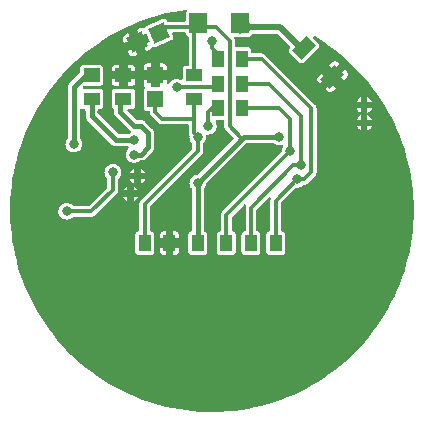
<source format=gbl>
G04 Layer: BottomLayer*
G04 EasyEDA v6.5.42, 2024-04-15 10:04:03*
G04 35ccfcd0ecce4f4f936ce021b9bc61d8,ed70181f279245e6aff80281ee7dc86a,10*
G04 Gerber Generator version 0.2*
G04 Scale: 100 percent, Rotated: No, Reflected: No *
G04 Dimensions in millimeters *
G04 leading zeros omitted , absolute positions ,4 integer and 5 decimal *
%FSLAX45Y45*%
%MOMM*%

%AMMACRO1*21,1,$1,$2,0,0,$3*%
%ADD10C,0.5000*%
%ADD11C,0.3000*%
%ADD12C,0.4000*%
%ADD13R,1.0000X1.3770*%
%ADD14MACRO1,1.62X1.44X-90.0000*%
%ADD15MACRO1,1.1X1.7X135.0000*%
%ADD16R,1.3770X1.1325*%
%ADD17MACRO1,1.377X1.1325X0.0000*%
%ADD18MACRO1,1.35X1.41X113.0004*%
%ADD19R,1.3770X1.0000*%
%ADD20R,1.3500X1.4100*%
%ADD21MACRO1,1.35X1.41X0.0000*%
%ADD22C,0.8000*%
%ADD23C,0.0111*%

%LPD*%
G36*
X3614318Y2440533D02*
G01*
X3556304Y2441041D01*
X3498291Y2443530D01*
X3440379Y2447950D01*
X3382670Y2454351D01*
X3325215Y2462733D01*
X3268116Y2472994D01*
X3211322Y2485237D01*
X3155035Y2499410D01*
X3099257Y2515463D01*
X3044037Y2533396D01*
X2989478Y2553208D01*
X2935579Y2574899D01*
X2882493Y2598369D01*
X2830220Y2623616D01*
X2778810Y2650642D01*
X2728417Y2679395D01*
X2678938Y2709824D01*
X2630576Y2741930D01*
X2583332Y2775661D01*
X2537256Y2810967D01*
X2492400Y2847848D01*
X2448814Y2886202D01*
X2406548Y2926029D01*
X2365705Y2967228D01*
X2326233Y3009849D01*
X2288286Y3053740D01*
X2251811Y3098901D01*
X2216912Y3145282D01*
X2183587Y3192830D01*
X2151888Y3241497D01*
X2121865Y3291179D01*
X2093569Y3341878D01*
X2067001Y3393490D01*
X2042210Y3446018D01*
X2019198Y3499307D01*
X1998014Y3553358D01*
X1978660Y3608120D01*
X1961184Y3663442D01*
X1945639Y3719372D01*
X1931974Y3775811D01*
X1920189Y3832656D01*
X1910384Y3889908D01*
X1902561Y3947414D01*
X1896668Y4005173D01*
X1892706Y4063085D01*
X1890725Y4121099D01*
X1890775Y4179163D01*
X1892757Y4237228D01*
X1896668Y4295140D01*
X1902612Y4352899D01*
X1910435Y4410405D01*
X1920290Y4467606D01*
X1932025Y4524502D01*
X1945690Y4580890D01*
X1961286Y4636820D01*
X1978761Y4692192D01*
X1998116Y4746904D01*
X2019300Y4800955D01*
X2042312Y4854295D01*
X2067153Y4906772D01*
X2093722Y4958384D01*
X2122068Y5009083D01*
X2152091Y5058765D01*
X2183739Y5107381D01*
X2217115Y5154930D01*
X2252014Y5201310D01*
X2288489Y5246471D01*
X2326487Y5290362D01*
X2365959Y5332984D01*
X2406802Y5374182D01*
X2449068Y5414010D01*
X2492654Y5452364D01*
X2537510Y5489194D01*
X2583637Y5524500D01*
X2630881Y5558231D01*
X2679242Y5590336D01*
X2728671Y5620766D01*
X2779115Y5649518D01*
X2830525Y5676493D01*
X2882798Y5701741D01*
X2935935Y5725210D01*
X2989783Y5746851D01*
X3044342Y5766663D01*
X3099562Y5784596D01*
X3155391Y5800648D01*
X3211677Y5814771D01*
X3268421Y5827014D01*
X3325571Y5837275D01*
X3377031Y5844794D01*
X3381095Y5844540D01*
X3384702Y5842762D01*
X3387344Y5839714D01*
X3388614Y5835853D01*
X3388258Y5831840D01*
X3383229Y5822645D01*
X3381501Y5816904D01*
X3380892Y5810504D01*
X3380892Y5755690D01*
X3380130Y5751779D01*
X3377895Y5748477D01*
X3374593Y5746292D01*
X3370732Y5745530D01*
X3227425Y5745530D01*
X3223869Y5746140D01*
X3220770Y5748020D01*
X3218535Y5750814D01*
X3215741Y5755894D01*
X3211931Y5760466D01*
X3207258Y5764225D01*
X3201974Y5766968D01*
X3196234Y5768644D01*
X3190290Y5769203D01*
X3184347Y5768543D01*
X3178200Y5766612D01*
X3049320Y5711952D01*
X3043631Y5708802D01*
X3039059Y5704992D01*
X3035300Y5700369D01*
X3030321Y5691022D01*
X3026714Y5688431D01*
X3022346Y5687618D01*
X3012135Y5690514D01*
X3006191Y5691073D01*
X3000248Y5690412D01*
X2994101Y5688482D01*
X2967939Y5677408D01*
X2990545Y5624068D01*
X3034030Y5642559D01*
X3037941Y5643321D01*
X3041802Y5642610D01*
X3045155Y5640425D01*
X3047390Y5637174D01*
X3070758Y5582056D01*
X3071571Y5578144D01*
X3070809Y5574284D01*
X3068675Y5570931D01*
X3065373Y5568696D01*
X3021888Y5550255D01*
X3044545Y5496966D01*
X3070656Y5508040D01*
X3076346Y5511139D01*
X3080918Y5515000D01*
X3084677Y5519623D01*
X3089656Y5528970D01*
X3093262Y5531561D01*
X3097682Y5532374D01*
X3107842Y5529478D01*
X3113786Y5528919D01*
X3119729Y5529580D01*
X3125927Y5531510D01*
X3254756Y5586171D01*
X3260445Y5589320D01*
X3265017Y5593130D01*
X3268776Y5597753D01*
X3271570Y5603087D01*
X3273247Y5608777D01*
X3273755Y5614720D01*
X3273145Y5620664D01*
X3271215Y5626862D01*
X3265474Y5640374D01*
X3264662Y5644286D01*
X3265424Y5648198D01*
X3267608Y5651500D01*
X3270910Y5653735D01*
X3274822Y5654497D01*
X3371189Y5654497D01*
X3374847Y5653836D01*
X3377996Y5651855D01*
X3380232Y5648909D01*
X3381298Y5645353D01*
X3381501Y5643067D01*
X3383229Y5637326D01*
X3386074Y5632043D01*
X3389833Y5627471D01*
X3394456Y5623661D01*
X3399129Y5621172D01*
X3401974Y5618937D01*
X3403854Y5615787D01*
X3404463Y5612231D01*
X3404463Y5380685D01*
X3403701Y5376773D01*
X3401517Y5373471D01*
X3398215Y5371287D01*
X3394303Y5370525D01*
X3381654Y5370525D01*
X3375202Y5369864D01*
X3369462Y5368137D01*
X3364229Y5365343D01*
X3359607Y5361533D01*
X3355797Y5356910D01*
X3353003Y5351627D01*
X3351276Y5345938D01*
X3350615Y5339486D01*
X3350615Y5259527D01*
X3349751Y5255361D01*
X3347212Y5251907D01*
X3343452Y5249824D01*
X3339185Y5249468D01*
X3335172Y5250891D01*
X3331972Y5252821D01*
X3321761Y5257038D01*
X3311042Y5259628D01*
X3300018Y5260492D01*
X3288995Y5259628D01*
X3278225Y5257038D01*
X3268014Y5252821D01*
X3258565Y5247030D01*
X3250184Y5239867D01*
X3242970Y5231434D01*
X3236823Y5221376D01*
X3233826Y5218277D01*
X3229762Y5216652D01*
X3225393Y5216906D01*
X3221583Y5218988D01*
X3218942Y5222443D01*
X3218027Y5226710D01*
X3218027Y5248402D01*
X3160115Y5248402D01*
X3160115Y5201158D01*
X3159302Y5197246D01*
X3157118Y5193995D01*
X3153816Y5191760D01*
X3149955Y5190998D01*
X3090062Y5190998D01*
X3086150Y5191760D01*
X3082848Y5193995D01*
X3080664Y5197246D01*
X3079902Y5201158D01*
X3079902Y5248402D01*
X3021990Y5248402D01*
X3021990Y5220004D01*
X3022600Y5213553D01*
X3024378Y5207812D01*
X3027172Y5202580D01*
X3033826Y5194350D01*
X3034792Y5189982D01*
X3033826Y5185664D01*
X3027172Y5177434D01*
X3024378Y5172151D01*
X3022600Y5166410D01*
X3021990Y5160010D01*
X3021990Y5020005D01*
X3022600Y5013553D01*
X3024378Y5007813D01*
X3027172Y5002580D01*
X3030931Y4997958D01*
X3035554Y4994148D01*
X3040837Y4991354D01*
X3046526Y4989626D01*
X3052978Y4988966D01*
X3064459Y4988966D01*
X3068421Y4988153D01*
X3071723Y4985867D01*
X3073908Y4982464D01*
X3075736Y4969560D01*
X3078378Y4961636D01*
X3082493Y4954320D01*
X3088132Y4947462D01*
X3149092Y4886604D01*
X3156051Y4881321D01*
X3163570Y4877612D01*
X3171647Y4875276D01*
X3180486Y4874463D01*
X3394303Y4874463D01*
X3398215Y4873701D01*
X3401517Y4871516D01*
X3403701Y4868214D01*
X3404463Y4864303D01*
X3404514Y4798263D01*
X3405733Y4789474D01*
X3407562Y4783582D01*
X3409797Y4777994D01*
X3409950Y4775403D01*
X3409492Y4770018D01*
X3410407Y4758994D01*
X3412947Y4748225D01*
X3417214Y4738014D01*
X3422954Y4728565D01*
X3433572Y4716018D01*
X3434486Y4711801D01*
X3434486Y4673041D01*
X3433724Y4669180D01*
X3431489Y4665878D01*
X2996590Y4230878D01*
X2991358Y4223918D01*
X2987598Y4216400D01*
X2985312Y4208322D01*
X2984500Y4199534D01*
X2984500Y3978960D01*
X2983788Y3975303D01*
X2981858Y3972153D01*
X2978912Y3969867D01*
X2974035Y3968750D01*
X2968345Y3966972D01*
X2963062Y3964178D01*
X2958439Y3960368D01*
X2954680Y3955796D01*
X2951835Y3950512D01*
X2950108Y3944772D01*
X2949498Y3938371D01*
X2949498Y3801668D01*
X2950108Y3795217D01*
X2951835Y3789476D01*
X2954680Y3784244D01*
X2958439Y3779621D01*
X2963062Y3775811D01*
X2968345Y3773017D01*
X2974035Y3771290D01*
X2980486Y3770629D01*
X3079496Y3770629D01*
X3085947Y3771290D01*
X3091637Y3773017D01*
X3096920Y3775811D01*
X3101543Y3779621D01*
X3105302Y3784244D01*
X3108096Y3789476D01*
X3109874Y3795217D01*
X3110484Y3801668D01*
X3110484Y3938371D01*
X3109874Y3944772D01*
X3108096Y3950512D01*
X3105302Y3955796D01*
X3101543Y3960368D01*
X3096920Y3964178D01*
X3091637Y3966972D01*
X3085947Y3968750D01*
X3081070Y3969867D01*
X3078124Y3972153D01*
X3076194Y3975303D01*
X3075482Y3978960D01*
X3075482Y4176928D01*
X3076295Y4180840D01*
X3078480Y4184142D01*
X3513378Y4619091D01*
X3518662Y4626051D01*
X3522370Y4633569D01*
X3524707Y4641646D01*
X3525520Y4650435D01*
X3525520Y4711801D01*
X3526434Y4716018D01*
X3537000Y4728565D01*
X3542792Y4738014D01*
X3547008Y4748225D01*
X3549599Y4758994D01*
X3550462Y4770018D01*
X3549751Y4779314D01*
X3550310Y4783632D01*
X3552698Y4787341D01*
X3556355Y4789678D01*
X3560673Y4790287D01*
X3570020Y4789525D01*
X3581044Y4790389D01*
X3591763Y4792980D01*
X3601974Y4797196D01*
X3611422Y4802987D01*
X3619855Y4810150D01*
X3627018Y4818583D01*
X3632809Y4828032D01*
X3637026Y4838242D01*
X3639616Y4848961D01*
X3640480Y4859985D01*
X3639616Y4871008D01*
X3637026Y4881778D01*
X3632809Y4891989D01*
X3630879Y4895138D01*
X3629456Y4899202D01*
X3629812Y4903470D01*
X3631895Y4907178D01*
X3635349Y4909718D01*
X3639515Y4910632D01*
X3694379Y4910632D01*
X3698290Y4909870D01*
X3701592Y4907635D01*
X3703777Y4904384D01*
X3704539Y4900472D01*
X3704590Y4858359D01*
X3705809Y4849672D01*
X3708450Y4841748D01*
X3712514Y4834382D01*
X3718153Y4827574D01*
X3779875Y4765649D01*
X3782110Y4762347D01*
X3782872Y4758486D01*
X3782060Y4754626D01*
X3779875Y4751324D01*
X3481628Y4453026D01*
X3478682Y4450994D01*
X3475228Y4450080D01*
X3468979Y4449622D01*
X3458210Y4447032D01*
X3447999Y4442815D01*
X3438550Y4437024D01*
X3430168Y4429810D01*
X3422954Y4421428D01*
X3417214Y4411980D01*
X3412947Y4401769D01*
X3410407Y4391050D01*
X3409492Y4379976D01*
X3410407Y4368952D01*
X3412947Y4358233D01*
X3417214Y4348022D01*
X3422954Y4338574D01*
X3427069Y4333798D01*
X3428847Y4330700D01*
X3429508Y4327194D01*
X3429508Y3977894D01*
X3428593Y3973728D01*
X3426002Y3970274D01*
X3422294Y3968191D01*
X3418332Y3966972D01*
X3413048Y3964178D01*
X3408426Y3960368D01*
X3404666Y3955796D01*
X3401822Y3950512D01*
X3400094Y3944772D01*
X3399485Y3938371D01*
X3399485Y3801668D01*
X3400094Y3795217D01*
X3401822Y3789476D01*
X3404666Y3784244D01*
X3408426Y3779621D01*
X3413048Y3775811D01*
X3418332Y3773017D01*
X3424021Y3771290D01*
X3430473Y3770629D01*
X3529482Y3770629D01*
X3535934Y3771290D01*
X3541623Y3773017D01*
X3546906Y3775811D01*
X3551529Y3779621D01*
X3555288Y3784244D01*
X3558133Y3789476D01*
X3559860Y3795217D01*
X3560470Y3801668D01*
X3560470Y3938371D01*
X3559860Y3944772D01*
X3558133Y3950512D01*
X3555288Y3955796D01*
X3551529Y3960368D01*
X3546906Y3964178D01*
X3541623Y3966972D01*
X3537712Y3968191D01*
X3533952Y3970274D01*
X3531412Y3973728D01*
X3530498Y3977894D01*
X3530498Y4327194D01*
X3531108Y4330700D01*
X3532936Y4333798D01*
X3537000Y4338574D01*
X3542792Y4348022D01*
X3547008Y4358233D01*
X3549599Y4368952D01*
X3550107Y4375200D01*
X3550970Y4378655D01*
X3553053Y4381601D01*
X3887927Y4716526D01*
X3891229Y4718710D01*
X3895140Y4719472D01*
X4117187Y4719472D01*
X4120743Y4718862D01*
X4123791Y4717034D01*
X4128566Y4712970D01*
X4138015Y4707229D01*
X4148226Y4702962D01*
X4158945Y4700371D01*
X4169968Y4699508D01*
X4180992Y4700371D01*
X4189374Y4702403D01*
X4193336Y4702556D01*
X4197045Y4701184D01*
X4199940Y4698492D01*
X4201617Y4694885D01*
X4201769Y4690922D01*
X4200398Y4687214D01*
X4197197Y4681982D01*
X4192981Y4671771D01*
X4190390Y4661001D01*
X4189018Y4644593D01*
X4186682Y4640884D01*
X3686708Y4140860D01*
X3681425Y4133900D01*
X3677665Y4126382D01*
X3675379Y4118305D01*
X3674567Y4109516D01*
X3674567Y3978960D01*
X3673906Y3975303D01*
X3671925Y3972153D01*
X3668979Y3969918D01*
X3664051Y3968750D01*
X3658311Y3966972D01*
X3653078Y3964178D01*
X3648456Y3960368D01*
X3644646Y3955796D01*
X3641851Y3950512D01*
X3640124Y3944772D01*
X3639464Y3938371D01*
X3639464Y3801668D01*
X3640124Y3795217D01*
X3641851Y3789476D01*
X3644646Y3784244D01*
X3648456Y3779621D01*
X3653078Y3775811D01*
X3658311Y3773017D01*
X3664051Y3771290D01*
X3670503Y3770629D01*
X3769461Y3770629D01*
X3775913Y3771290D01*
X3781653Y3773017D01*
X3786886Y3775811D01*
X3791508Y3779621D01*
X3795318Y3784244D01*
X3798112Y3789476D01*
X3799840Y3795217D01*
X3800500Y3801668D01*
X3800500Y3938371D01*
X3799840Y3944772D01*
X3798112Y3950512D01*
X3795318Y3955796D01*
X3791508Y3960368D01*
X3786886Y3964178D01*
X3781653Y3966972D01*
X3775913Y3968750D01*
X3771188Y3969867D01*
X3768242Y3972153D01*
X3766261Y3975303D01*
X3765600Y3978960D01*
X3765600Y4086910D01*
X3766362Y4090822D01*
X3768547Y4094124D01*
X3870451Y4195978D01*
X3874160Y4198366D01*
X3878579Y4198924D01*
X3882796Y4197553D01*
X3885996Y4194556D01*
X3887673Y4190441D01*
X3887419Y4186021D01*
X3885184Y4178249D01*
X3884371Y4169460D01*
X3884371Y3978960D01*
X3883710Y3975303D01*
X3881729Y3972153D01*
X3878783Y3969867D01*
X3874058Y3968750D01*
X3868318Y3966972D01*
X3863035Y3964178D01*
X3858463Y3960368D01*
X3854653Y3955796D01*
X3851859Y3950512D01*
X3850081Y3944772D01*
X3849471Y3938371D01*
X3849471Y3801668D01*
X3850081Y3795217D01*
X3851859Y3789476D01*
X3854653Y3784244D01*
X3858463Y3779621D01*
X3863035Y3775811D01*
X3868318Y3773017D01*
X3874058Y3771290D01*
X3880459Y3770629D01*
X3979468Y3770629D01*
X3985920Y3771290D01*
X3991660Y3773017D01*
X3996893Y3775811D01*
X4001515Y3779621D01*
X4005326Y3784244D01*
X4008120Y3789476D01*
X4009847Y3795217D01*
X4010507Y3801668D01*
X4010507Y3938371D01*
X4009847Y3944772D01*
X4008120Y3950512D01*
X4005326Y3955796D01*
X4001515Y3960368D01*
X3996893Y3964178D01*
X3991660Y3966972D01*
X3985920Y3968750D01*
X3980992Y3969918D01*
X3978046Y3972153D01*
X3976065Y3975303D01*
X3975404Y3978960D01*
X3975404Y4146854D01*
X3976166Y4150766D01*
X3978351Y4154068D01*
X4080611Y4256278D01*
X4084320Y4258665D01*
X4088739Y4259224D01*
X4092956Y4257852D01*
X4096156Y4254855D01*
X4097832Y4250740D01*
X4097578Y4246321D01*
X4095292Y4238345D01*
X4094479Y4229557D01*
X4094479Y3978960D01*
X4093819Y3975303D01*
X4091838Y3972153D01*
X4088892Y3969867D01*
X4084015Y3968750D01*
X4078325Y3966972D01*
X4073042Y3964178D01*
X4068419Y3960368D01*
X4064660Y3955796D01*
X4061815Y3950512D01*
X4060088Y3944772D01*
X4059478Y3938371D01*
X4059478Y3801668D01*
X4060088Y3795217D01*
X4061815Y3789476D01*
X4064660Y3784244D01*
X4068419Y3779621D01*
X4073042Y3775811D01*
X4078325Y3773017D01*
X4084015Y3771290D01*
X4090466Y3770629D01*
X4189476Y3770629D01*
X4195927Y3771290D01*
X4201617Y3773017D01*
X4206900Y3775811D01*
X4211523Y3779621D01*
X4215282Y3784244D01*
X4218127Y3789476D01*
X4219854Y3795217D01*
X4220464Y3801668D01*
X4220464Y3938371D01*
X4219854Y3944772D01*
X4218127Y3950512D01*
X4215282Y3955796D01*
X4211523Y3960368D01*
X4206900Y3964178D01*
X4201617Y3966972D01*
X4195927Y3968750D01*
X4191101Y3969867D01*
X4188155Y3972153D01*
X4186174Y3975303D01*
X4185513Y3978960D01*
X4185513Y4206951D01*
X4186275Y4210862D01*
X4188460Y4214114D01*
X4310989Y4336643D01*
X4314647Y4339031D01*
X4331004Y4340402D01*
X4341774Y4342993D01*
X4351985Y4347210D01*
X4361434Y4353001D01*
X4373829Y4363466D01*
X4378045Y4364431D01*
X4381754Y4364482D01*
X4390390Y4365701D01*
X4398314Y4368342D01*
X4405680Y4372457D01*
X4412488Y4378096D01*
X4473295Y4438954D01*
X4478578Y4445965D01*
X4482338Y4453483D01*
X4484624Y4461560D01*
X4485436Y4470349D01*
X4485386Y5011623D01*
X4484166Y5020310D01*
X4481525Y5028234D01*
X4477410Y5035600D01*
X4471771Y5042408D01*
X4050741Y5463387D01*
X4043730Y5468670D01*
X4036212Y5472430D01*
X4028135Y5474716D01*
X4019346Y5475528D01*
X3940657Y5475528D01*
X3936796Y5476290D01*
X3933494Y5478475D01*
X3931259Y5481777D01*
X3930497Y5485688D01*
X3930497Y5498338D01*
X3929887Y5504789D01*
X3928160Y5510479D01*
X3925315Y5515762D01*
X3921556Y5520385D01*
X3916934Y5524144D01*
X3911650Y5526989D01*
X3905961Y5528716D01*
X3899509Y5529326D01*
X3805732Y5529326D01*
X3801821Y5530138D01*
X3798519Y5532323D01*
X3796334Y5535625D01*
X3795572Y5539486D01*
X3795522Y5581599D01*
X3794302Y5590286D01*
X3791661Y5598210D01*
X3788765Y5603392D01*
X3787546Y5607354D01*
X3788003Y5611571D01*
X3790137Y5615178D01*
X3793540Y5617616D01*
X3797655Y5618480D01*
X3814673Y5618480D01*
X3818128Y5617870D01*
X3822141Y5616397D01*
X3831640Y5614720D01*
X3841343Y5614720D01*
X3850843Y5616397D01*
X3854856Y5617870D01*
X3858310Y5618480D01*
X3907891Y5618480D01*
X3914343Y5619089D01*
X3920032Y5620867D01*
X3925315Y5623661D01*
X3929938Y5627471D01*
X3933698Y5632043D01*
X3937000Y5638190D01*
X3939133Y5641035D01*
X3942587Y5643626D01*
X3946753Y5644489D01*
X4147565Y5644489D01*
X4151426Y5643727D01*
X4154728Y5641543D01*
X4260291Y5535930D01*
X4262424Y5532831D01*
X4263288Y5529173D01*
X4262729Y5525465D01*
X4260900Y5522214D01*
X4255566Y5515914D01*
X4252772Y5510682D01*
X4251045Y5504992D01*
X4250436Y5499049D01*
X4251045Y5493105D01*
X4252772Y5487365D01*
X4255566Y5482132D01*
X4259681Y5477103D01*
X4336745Y5400040D01*
X4341774Y5395925D01*
X4347057Y5393131D01*
X4352747Y5391404D01*
X4358690Y5390794D01*
X4364634Y5391404D01*
X4370374Y5393131D01*
X4375607Y5395925D01*
X4380636Y5400040D01*
X4500118Y5519521D01*
X4504232Y5524550D01*
X4507026Y5529783D01*
X4508754Y5535523D01*
X4509363Y5541467D01*
X4508754Y5547410D01*
X4507026Y5553100D01*
X4504232Y5558383D01*
X4500118Y5563412D01*
X4459020Y5604510D01*
X4456734Y5607964D01*
X4456023Y5612079D01*
X4457039Y5616143D01*
X4459630Y5619445D01*
X4463288Y5621426D01*
X4467453Y5621782D01*
X4471365Y5620410D01*
X4496460Y5605576D01*
X4545330Y5574284D01*
X4593183Y5541365D01*
X4639818Y5506821D01*
X4685334Y5470753D01*
X4729530Y5433110D01*
X4772456Y5394045D01*
X4814011Y5353507D01*
X4854194Y5311597D01*
X4892903Y5268315D01*
X4930140Y5223764D01*
X4965852Y5177993D01*
X4999939Y5131003D01*
X5032451Y5082895D01*
X5063337Y5033721D01*
X5092496Y4983530D01*
X5119928Y4932375D01*
X5145633Y4880305D01*
X5169509Y4827422D01*
X5191607Y4773726D01*
X5211876Y4719320D01*
X5230266Y4664252D01*
X5246827Y4608576D01*
X5261457Y4552391D01*
X5274157Y4495749D01*
X5284927Y4438700D01*
X5293766Y4381347D01*
X5300624Y4323689D01*
X5305552Y4265828D01*
X5308498Y4207865D01*
X5309463Y4149801D01*
X5308498Y4091736D01*
X5305501Y4033774D01*
X5300573Y3975912D01*
X5293715Y3918305D01*
X5284876Y3860901D01*
X5274056Y3803853D01*
X5261356Y3747211D01*
X5246725Y3691026D01*
X5230164Y3635400D01*
X5211775Y3580333D01*
X5191506Y3525926D01*
X5169408Y3472230D01*
X5145481Y3419348D01*
X5119776Y3367278D01*
X5092293Y3316122D01*
X5063134Y3265932D01*
X5032298Y3216757D01*
X4999786Y3168650D01*
X4965649Y3121710D01*
X4929936Y3075889D01*
X4892700Y3031388D01*
X4853940Y2988106D01*
X4813808Y2946196D01*
X4772202Y2905709D01*
X4729276Y2866593D01*
X4685030Y2829001D01*
X4639564Y2792933D01*
X4592878Y2758389D01*
X4545076Y2725470D01*
X4496155Y2694228D01*
X4446168Y2664612D01*
X4395266Y2636723D01*
X4343400Y2610612D01*
X4290720Y2586228D01*
X4237228Y2563723D01*
X4182973Y2542997D01*
X4128109Y2524099D01*
X4072585Y2507132D01*
X4016501Y2491994D01*
X3959961Y2478836D01*
X3903014Y2467559D01*
X3845712Y2458262D01*
X3788156Y2450896D01*
X3730345Y2445461D01*
X3672382Y2442006D01*
G37*

%LPC*%
G36*
X3271316Y3770629D02*
G01*
X3289503Y3770629D01*
X3295904Y3771290D01*
X3301644Y3773017D01*
X3306927Y3775811D01*
X3311499Y3779621D01*
X3315309Y3784244D01*
X3318103Y3789476D01*
X3319830Y3795217D01*
X3320491Y3801668D01*
X3320491Y3829253D01*
X3271316Y3829253D01*
G37*
G36*
X3190494Y3770629D02*
G01*
X3208629Y3770629D01*
X3208629Y3829253D01*
X3159455Y3829253D01*
X3159455Y3801668D01*
X3160115Y3795217D01*
X3161842Y3789476D01*
X3164636Y3784244D01*
X3168446Y3779621D01*
X3173069Y3775811D01*
X3178302Y3773017D01*
X3184042Y3771290D01*
G37*
G36*
X3159455Y3910787D02*
G01*
X3208629Y3910787D01*
X3208629Y3969359D01*
X3190494Y3969359D01*
X3184042Y3968750D01*
X3178302Y3966972D01*
X3173069Y3964178D01*
X3168446Y3960368D01*
X3164636Y3955796D01*
X3161842Y3950512D01*
X3160115Y3944772D01*
X3159455Y3938371D01*
G37*
G36*
X3271316Y3910787D02*
G01*
X3320491Y3910787D01*
X3320491Y3938371D01*
X3319830Y3944772D01*
X3318103Y3950512D01*
X3315309Y3955796D01*
X3311499Y3960368D01*
X3306927Y3964178D01*
X3301644Y3966972D01*
X3295904Y3968750D01*
X3289503Y3969359D01*
X3271316Y3969359D01*
G37*
G36*
X2369972Y4069537D02*
G01*
X2380996Y4070400D01*
X2391765Y4072991D01*
X2401976Y4077208D01*
X2411425Y4082999D01*
X2423922Y4093514D01*
X2428138Y4094429D01*
X2581605Y4094479D01*
X2590292Y4095699D01*
X2598216Y4098340D01*
X2605582Y4102455D01*
X2612390Y4108094D01*
X2793339Y4289094D01*
X2798622Y4296105D01*
X2802382Y4303623D01*
X2804668Y4311700D01*
X2805480Y4320489D01*
X2805480Y4411776D01*
X2806395Y4415993D01*
X2817012Y4428591D01*
X2822803Y4437989D01*
X2827020Y4448200D01*
X2829610Y4458970D01*
X2830474Y4469993D01*
X2829610Y4481017D01*
X2827020Y4491786D01*
X2822803Y4501997D01*
X2817012Y4511446D01*
X2809849Y4519828D01*
X2801416Y4527042D01*
X2791968Y4532782D01*
X2781757Y4537049D01*
X2771038Y4539589D01*
X2760014Y4540453D01*
X2748991Y4539589D01*
X2738221Y4537049D01*
X2728010Y4532782D01*
X2718562Y4527042D01*
X2710180Y4519828D01*
X2702966Y4511446D01*
X2697175Y4501997D01*
X2692958Y4491786D01*
X2690368Y4481017D01*
X2689504Y4469993D01*
X2690368Y4458970D01*
X2692958Y4448200D01*
X2697175Y4437989D01*
X2702966Y4428591D01*
X2713532Y4416044D01*
X2714447Y4411827D01*
X2714447Y4343095D01*
X2713685Y4339183D01*
X2711500Y4335881D01*
X2564028Y4188409D01*
X2560726Y4186224D01*
X2556814Y4185462D01*
X2428240Y4185462D01*
X2424023Y4186377D01*
X2411425Y4196994D01*
X2401976Y4202785D01*
X2391765Y4207052D01*
X2380996Y4209592D01*
X2369972Y4210456D01*
X2358948Y4209592D01*
X2348230Y4207052D01*
X2338019Y4202785D01*
X2328570Y4196994D01*
X2320137Y4189831D01*
X2312974Y4181449D01*
X2307183Y4172000D01*
X2302967Y4161790D01*
X2300376Y4151020D01*
X2299512Y4139996D01*
X2300376Y4128973D01*
X2302967Y4118203D01*
X2307183Y4107992D01*
X2312974Y4098594D01*
X2320137Y4090162D01*
X2328570Y4082999D01*
X2338019Y4077208D01*
X2348230Y4072991D01*
X2358948Y4070400D01*
G37*
G36*
X2936341Y4224832D02*
G01*
X2941980Y4227220D01*
X2951429Y4232960D01*
X2959811Y4240174D01*
X2967024Y4248556D01*
X2972765Y4258005D01*
X2975102Y4263644D01*
X2936341Y4263644D01*
G37*
G36*
X2883662Y4224832D02*
G01*
X2883662Y4263644D01*
X2844850Y4263644D01*
X2847187Y4258005D01*
X2852978Y4248556D01*
X2860141Y4240174D01*
X2868574Y4232960D01*
X2877972Y4227220D01*
G37*
G36*
X2844850Y4316323D02*
G01*
X2883662Y4316323D01*
X2883662Y4355134D01*
X2877972Y4352798D01*
X2868574Y4347006D01*
X2860141Y4339844D01*
X2852978Y4331411D01*
X2847187Y4321962D01*
G37*
G36*
X2936341Y4316323D02*
G01*
X2975102Y4316323D01*
X2972765Y4321962D01*
X2967024Y4331411D01*
X2959811Y4339844D01*
X2951429Y4347006D01*
X2941980Y4352798D01*
X2936341Y4355134D01*
G37*
G36*
X2996336Y4374845D02*
G01*
X3001975Y4377182D01*
X3011424Y4382973D01*
X3019806Y4390136D01*
X3027019Y4398568D01*
X3032810Y4408017D01*
X3035147Y4413656D01*
X2996336Y4413656D01*
G37*
G36*
X2943656Y4374845D02*
G01*
X2943656Y4413656D01*
X2904845Y4413656D01*
X2907182Y4408017D01*
X2912973Y4398568D01*
X2920136Y4390136D01*
X2928569Y4382973D01*
X2938018Y4377182D01*
G37*
G36*
X2904845Y4466336D02*
G01*
X2943656Y4466336D01*
X2943656Y4505147D01*
X2938018Y4502810D01*
X2928569Y4497019D01*
X2920136Y4489805D01*
X2912973Y4481423D01*
X2907182Y4471974D01*
G37*
G36*
X2996336Y4466336D02*
G01*
X3035147Y4466336D01*
X3032810Y4471974D01*
X3027019Y4481423D01*
X3019806Y4489805D01*
X3011424Y4497019D01*
X3001975Y4502810D01*
X2996336Y4505147D01*
G37*
G36*
X2939999Y4549546D02*
G01*
X2951022Y4550410D01*
X2961792Y4552950D01*
X2972003Y4557217D01*
X2981401Y4563008D01*
X2986176Y4567072D01*
X2989275Y4568850D01*
X2992780Y4569510D01*
X3004413Y4569714D01*
X3008782Y4570272D01*
X3013049Y4571238D01*
X3017266Y4572558D01*
X3021330Y4574235D01*
X3025241Y4576267D01*
X3028950Y4578654D01*
X3032455Y4581347D01*
X3035858Y4584446D01*
X3095498Y4644085D01*
X3098596Y4647488D01*
X3101289Y4650994D01*
X3103676Y4654702D01*
X3105708Y4658614D01*
X3107385Y4662678D01*
X3108706Y4666894D01*
X3109671Y4671161D01*
X3110230Y4675530D01*
X3110433Y4680153D01*
X3110433Y4799888D01*
X3110230Y4804511D01*
X3109671Y4808880D01*
X3108706Y4813147D01*
X3107385Y4817364D01*
X3105708Y4821428D01*
X3103676Y4825339D01*
X3101289Y4829048D01*
X3098596Y4832553D01*
X3095498Y4835956D01*
X3035858Y4895596D01*
X3032455Y4898694D01*
X3028950Y4901387D01*
X3025241Y4903774D01*
X3021330Y4905806D01*
X3017266Y4907483D01*
X3013049Y4908804D01*
X3008782Y4909769D01*
X3004413Y4910328D01*
X2999790Y4910531D01*
X2965145Y4910531D01*
X2961233Y4911293D01*
X2957982Y4913528D01*
X2885846Y4985512D01*
X2883611Y4988814D01*
X2882849Y4992674D01*
X2883611Y4996586D01*
X2885795Y4999888D01*
X2889097Y5002072D01*
X2893009Y5002834D01*
X2918358Y5002834D01*
X2924810Y5003495D01*
X2930499Y5005222D01*
X2935782Y5008016D01*
X2940405Y5011826D01*
X2944164Y5016449D01*
X2947009Y5021681D01*
X2948736Y5027422D01*
X2949346Y5033873D01*
X2949346Y5146090D01*
X2948736Y5152542D01*
X2947009Y5158282D01*
X2944164Y5163515D01*
X2940405Y5168138D01*
X2935782Y5171948D01*
X2930499Y5174742D01*
X2924810Y5176469D01*
X2918358Y5177129D01*
X2781655Y5177129D01*
X2775204Y5176469D01*
X2769463Y5174742D01*
X2764231Y5171948D01*
X2759608Y5168138D01*
X2755798Y5163515D01*
X2753004Y5158282D01*
X2751277Y5152542D01*
X2750616Y5146090D01*
X2750616Y5033873D01*
X2751277Y5027422D01*
X2753004Y5021681D01*
X2755798Y5016449D01*
X2759557Y5011877D01*
X2765552Y5007152D01*
X2767634Y5004917D01*
X2768955Y5002174D01*
X2769412Y4999177D01*
X2769412Y4980127D01*
X2769616Y4975453D01*
X2770174Y4971135D01*
X2771140Y4966817D01*
X2772460Y4962652D01*
X2774188Y4958537D01*
X2776169Y4954676D01*
X2778556Y4950917D01*
X2781198Y4947462D01*
X2784398Y4944008D01*
X2904236Y4824425D01*
X2909468Y4819904D01*
X2912059Y4816957D01*
X2913380Y4813249D01*
X2913176Y4809337D01*
X2911500Y4805832D01*
X2908604Y4803190D01*
X2898597Y4796993D01*
X2893822Y4792929D01*
X2890723Y4791151D01*
X2887218Y4790490D01*
X2815132Y4790490D01*
X2811221Y4791252D01*
X2807919Y4793488D01*
X2633472Y4967935D01*
X2631287Y4971237D01*
X2630525Y4975098D01*
X2630525Y4992674D01*
X2631287Y4996586D01*
X2633472Y4999888D01*
X2636774Y5002072D01*
X2640685Y5002834D01*
X2648356Y5002834D01*
X2654808Y5003495D01*
X2660497Y5005222D01*
X2665780Y5008016D01*
X2670403Y5011826D01*
X2674162Y5016449D01*
X2677007Y5021681D01*
X2678734Y5027422D01*
X2679344Y5033873D01*
X2679344Y5146090D01*
X2678734Y5152542D01*
X2677007Y5158282D01*
X2674162Y5163515D01*
X2670403Y5168138D01*
X2665780Y5171948D01*
X2660497Y5174742D01*
X2654808Y5176469D01*
X2648356Y5177129D01*
X2513126Y5177129D01*
X2509215Y5177891D01*
X2505913Y5180076D01*
X2503728Y5183378D01*
X2502966Y5187289D01*
X2503728Y5191150D01*
X2505913Y5194452D01*
X2511348Y5199888D01*
X2514650Y5202072D01*
X2518511Y5202834D01*
X2648356Y5202834D01*
X2654808Y5203494D01*
X2660497Y5205222D01*
X2665780Y5208066D01*
X2670403Y5211826D01*
X2674162Y5216448D01*
X2677007Y5221732D01*
X2678734Y5227421D01*
X2679344Y5233873D01*
X2679344Y5346141D01*
X2678734Y5352542D01*
X2677007Y5358282D01*
X2674162Y5363565D01*
X2670403Y5368137D01*
X2665780Y5371947D01*
X2660497Y5374741D01*
X2654808Y5376519D01*
X2648356Y5377129D01*
X2511653Y5377129D01*
X2505202Y5376519D01*
X2499512Y5374741D01*
X2494229Y5371947D01*
X2489606Y5368137D01*
X2485796Y5363565D01*
X2483002Y5358282D01*
X2481275Y5352542D01*
X2480614Y5346141D01*
X2480614Y5316220D01*
X2479852Y5312359D01*
X2477668Y5309057D01*
X2394458Y5225846D01*
X2391359Y5222443D01*
X2388666Y5218938D01*
X2386279Y5215229D01*
X2384247Y5211318D01*
X2382570Y5207254D01*
X2381250Y5203037D01*
X2380284Y5198770D01*
X2379726Y5194401D01*
X2379522Y5189778D01*
X2379522Y4762804D01*
X2378862Y4759299D01*
X2377084Y4756200D01*
X2372969Y4751425D01*
X2367178Y4741976D01*
X2362962Y4731766D01*
X2360371Y4721047D01*
X2359507Y4710023D01*
X2360371Y4699000D01*
X2362962Y4688230D01*
X2367178Y4678019D01*
X2372969Y4668570D01*
X2380183Y4660188D01*
X2388565Y4652975D01*
X2398014Y4647184D01*
X2408224Y4642967D01*
X2418994Y4640376D01*
X2430018Y4639513D01*
X2441041Y4640376D01*
X2451760Y4642967D01*
X2461971Y4647184D01*
X2471420Y4652975D01*
X2479852Y4660188D01*
X2487015Y4668570D01*
X2492806Y4678019D01*
X2497023Y4688230D01*
X2499614Y4699000D01*
X2500477Y4710023D01*
X2499614Y4721047D01*
X2497023Y4731766D01*
X2492806Y4741976D01*
X2487015Y4751425D01*
X2482951Y4756150D01*
X2481173Y4759248D01*
X2480513Y4762754D01*
X2480513Y4998415D01*
X2481376Y5002479D01*
X2483764Y5005882D01*
X2487371Y5008016D01*
X2491486Y5008524D01*
X2495499Y5007356D01*
X2499512Y5005222D01*
X2505202Y5003495D01*
X2511653Y5002834D01*
X2519324Y5002834D01*
X2523236Y5002072D01*
X2526538Y4999888D01*
X2528722Y4996586D01*
X2529484Y4992674D01*
X2529484Y4950206D01*
X2529687Y4945583D01*
X2530297Y4941214D01*
X2531211Y4936896D01*
X2532532Y4932730D01*
X2534259Y4928616D01*
X2536291Y4924755D01*
X2538628Y4920996D01*
X2541320Y4917541D01*
X2544470Y4914087D01*
X2754122Y4704435D01*
X2757525Y4701336D01*
X2761030Y4698644D01*
X2764739Y4696256D01*
X2768650Y4694224D01*
X2772714Y4692548D01*
X2776931Y4691227D01*
X2781249Y4690262D01*
X2785618Y4689703D01*
X2790240Y4689500D01*
X2885643Y4689500D01*
X2889656Y4688687D01*
X2893009Y4686300D01*
X2895142Y4682845D01*
X2895752Y4678781D01*
X2894736Y4674819D01*
X2892247Y4671618D01*
X2890164Y4669840D01*
X2883001Y4661408D01*
X2877210Y4652010D01*
X2872943Y4641799D01*
X2870403Y4631029D01*
X2869539Y4620006D01*
X2870403Y4608982D01*
X2872943Y4598212D01*
X2877210Y4588002D01*
X2883001Y4578553D01*
X2890164Y4570171D01*
X2898546Y4563008D01*
X2907995Y4557217D01*
X2918206Y4552950D01*
X2928975Y4550410D01*
G37*
G36*
X4916322Y4824831D02*
G01*
X4921961Y4827219D01*
X4931410Y4832959D01*
X4939842Y4840173D01*
X4947005Y4848555D01*
X4952796Y4858004D01*
X4955133Y4863642D01*
X4916322Y4863642D01*
G37*
G36*
X4863642Y4824831D02*
G01*
X4863642Y4863642D01*
X4824831Y4863642D01*
X4827168Y4858004D01*
X4832959Y4848555D01*
X4840173Y4840173D01*
X4848555Y4832959D01*
X4858004Y4827219D01*
G37*
G36*
X4916322Y4916322D02*
G01*
X4955133Y4916322D01*
X4952796Y4921961D01*
X4947005Y4931410D01*
X4939842Y4939842D01*
X4931410Y4947005D01*
X4921961Y4952796D01*
X4916322Y4955133D01*
G37*
G36*
X4824831Y4916322D02*
G01*
X4863642Y4916322D01*
X4863642Y4955133D01*
X4858004Y4952796D01*
X4848555Y4947005D01*
X4840173Y4939842D01*
X4832959Y4931410D01*
X4827168Y4921961D01*
G37*
G36*
X4863642Y4974844D02*
G01*
X4863642Y5013655D01*
X4824882Y5013655D01*
X4827219Y5008016D01*
X4832959Y4998567D01*
X4840173Y4990185D01*
X4848555Y4982972D01*
X4858004Y4977180D01*
G37*
G36*
X4916322Y4974844D02*
G01*
X4922012Y4977180D01*
X4931410Y4982972D01*
X4939842Y4990185D01*
X4947005Y4998567D01*
X4952796Y5008016D01*
X4955133Y5013655D01*
X4916373Y5013655D01*
G37*
G36*
X4824882Y5066334D02*
G01*
X4863642Y5066334D01*
X4863642Y5105146D01*
X4858004Y5102809D01*
X4848555Y5097018D01*
X4840173Y5089855D01*
X4832959Y5081422D01*
X4827219Y5071973D01*
G37*
G36*
X4916373Y5066334D02*
G01*
X4955133Y5066334D01*
X4952796Y5071973D01*
X4947005Y5081422D01*
X4939842Y5089855D01*
X4931410Y5097018D01*
X4922012Y5102809D01*
X4916373Y5105146D01*
G37*
G36*
X4599127Y5150358D02*
G01*
X4605070Y5150967D01*
X4610760Y5152694D01*
X4616043Y5155488D01*
X4621022Y5159603D01*
X4646269Y5184800D01*
X4609744Y5221376D01*
X4562602Y5174234D01*
X4577181Y5159603D01*
X4582210Y5155488D01*
X4587443Y5152694D01*
X4593183Y5150967D01*
G37*
G36*
X2890774Y5202834D02*
G01*
X2918358Y5202834D01*
X2924810Y5203494D01*
X2930499Y5205222D01*
X2935782Y5208066D01*
X2940405Y5211826D01*
X2944164Y5216448D01*
X2947009Y5221732D01*
X2948736Y5227421D01*
X2949346Y5233873D01*
X2949346Y5255310D01*
X2890774Y5255310D01*
G37*
G36*
X2781655Y5202834D02*
G01*
X2809240Y5202834D01*
X2809240Y5255310D01*
X2750616Y5255310D01*
X2750616Y5233873D01*
X2751277Y5227421D01*
X2753004Y5221732D01*
X2755798Y5216448D01*
X2759608Y5211826D01*
X2764231Y5208066D01*
X2769463Y5205222D01*
X2775204Y5203494D01*
G37*
G36*
X4514697Y5222087D02*
G01*
X4561840Y5269230D01*
X4525314Y5305755D01*
X4500118Y5280558D01*
X4496003Y5275529D01*
X4493209Y5270296D01*
X4491482Y5264556D01*
X4490872Y5258612D01*
X4491482Y5252669D01*
X4493209Y5246979D01*
X4496003Y5241696D01*
X4500118Y5236667D01*
G37*
G36*
X4715357Y5253888D02*
G01*
X4740554Y5279136D01*
X4744669Y5284114D01*
X4747463Y5289397D01*
X4749190Y5295087D01*
X4749800Y5301030D01*
X4749190Y5306974D01*
X4747463Y5312714D01*
X4744669Y5317947D01*
X4740554Y5322976D01*
X4725924Y5337556D01*
X4678781Y5290413D01*
G37*
G36*
X2890774Y5324652D02*
G01*
X2949346Y5324652D01*
X2949346Y5346141D01*
X2948736Y5352542D01*
X2947009Y5358282D01*
X2944164Y5363565D01*
X2940405Y5368137D01*
X2935782Y5371947D01*
X2930499Y5374741D01*
X2924810Y5376519D01*
X2918358Y5377129D01*
X2890774Y5377129D01*
G37*
G36*
X2750616Y5324652D02*
G01*
X2809240Y5324652D01*
X2809240Y5377129D01*
X2781655Y5377129D01*
X2775204Y5376519D01*
X2769463Y5374741D01*
X2764231Y5371947D01*
X2759608Y5368137D01*
X2755798Y5363565D01*
X2753004Y5358282D01*
X2751277Y5352542D01*
X2750616Y5346141D01*
G37*
G36*
X3021990Y5331612D02*
G01*
X3079902Y5331612D01*
X3079902Y5390997D01*
X3052978Y5390997D01*
X3046526Y5390388D01*
X3040837Y5388610D01*
X3035554Y5385816D01*
X3030931Y5382006D01*
X3027172Y5377434D01*
X3024378Y5372150D01*
X3022600Y5366410D01*
X3021990Y5360009D01*
G37*
G36*
X3160115Y5331612D02*
G01*
X3218027Y5331612D01*
X3218027Y5360009D01*
X3217367Y5366410D01*
X3215640Y5372150D01*
X3212795Y5377434D01*
X3209036Y5382006D01*
X3204413Y5385816D01*
X3199130Y5388610D01*
X3193440Y5390388D01*
X3186988Y5390997D01*
X3160115Y5390997D01*
G37*
G36*
X4630928Y5338318D02*
G01*
X4678070Y5385460D01*
X4663490Y5400040D01*
X4658461Y5404154D01*
X4653178Y5406948D01*
X4647488Y5408676D01*
X4641545Y5409285D01*
X4635601Y5408676D01*
X4629861Y5406948D01*
X4624628Y5404154D01*
X4619599Y5400040D01*
X4594402Y5374843D01*
G37*
G36*
X2929686Y5450789D02*
G01*
X2935630Y5451398D01*
X2941777Y5453329D01*
X2967939Y5464454D01*
X2945333Y5517743D01*
X2890621Y5494528D01*
X2901137Y5469788D01*
X2904236Y5464098D01*
X2908096Y5459526D01*
X2912719Y5455767D01*
X2918002Y5452973D01*
X2923743Y5451297D01*
G37*
G36*
X2859278Y5568340D02*
G01*
X2913989Y5591556D01*
X2891332Y5644896D01*
X2865221Y5633770D01*
X2859532Y5630672D01*
X2854960Y5626862D01*
X2851200Y5622188D01*
X2848406Y5616905D01*
X2846730Y5611164D01*
X2846222Y5605221D01*
X2846832Y5599277D01*
X2848762Y5593130D01*
G37*

%LPD*%
D10*
X4367784Y5506973D02*
G01*
X4174743Y5700013D01*
X3929888Y5700013D01*
D11*
X3850131Y5400039D02*
G01*
X3850131Y5430012D01*
X4019804Y5430012D01*
X4439920Y5009895D01*
X4439920Y4469892D01*
X4379975Y4409947D01*
X4320031Y4409947D01*
X3850004Y5219979D02*
G01*
X4080002Y5219979D01*
X4349991Y4949990D01*
X4349991Y4530001D01*
X3850131Y5040121D02*
G01*
X3850131Y5009895D01*
X4169918Y5009895D01*
X4260088Y4919979D01*
X4260088Y4649978D01*
X3119993Y5089989D02*
G01*
X3119993Y4979990D01*
X3179993Y4919990D01*
X3449993Y4919990D01*
X3449993Y5089989D02*
G01*
X3449993Y4800003D01*
X3480003Y4769993D01*
D12*
X2580131Y5290057D02*
G01*
X2530093Y5290057D01*
X2430018Y5189981D01*
X2430018Y4709921D01*
X2940050Y4620005D02*
G01*
X2999993Y4620005D01*
X3059938Y4679950D01*
X3059938Y4800092D01*
X2999993Y4860036D01*
X2940050Y4860036D01*
X2819908Y4979923D01*
X2819908Y5089905D01*
X2580010Y5089984D02*
G01*
X2580010Y4949979D01*
X2789994Y4739995D01*
X2939999Y4739995D01*
D11*
X3649997Y5189989D02*
G01*
X3649990Y5189981D01*
X3299993Y5189981D01*
X3483483Y5729986D02*
G01*
X3449993Y5696496D01*
X3449993Y5289989D01*
D10*
X3929992Y5699986D02*
G01*
X3866487Y5699986D01*
X3836492Y5669991D01*
D11*
X3152140Y5648960D02*
G01*
X3202940Y5700013D01*
X3483609Y5700013D01*
X3483609Y5670042D01*
X3649979Y5400039D02*
G01*
X3649979Y5469889D01*
X3599941Y5519928D01*
X3599941Y5579871D01*
X2759963Y4469892D02*
G01*
X2759963Y4320031D01*
X2579877Y4139945D01*
X2370074Y4139945D01*
X4139991Y3869992D02*
G01*
X4139991Y4230009D01*
X4319981Y4409998D01*
X3720084Y3869944D02*
G01*
X3720084Y4109973D01*
X4260088Y4649978D01*
X3029993Y3869992D02*
G01*
X3029993Y4199991D01*
X3479993Y4649990D01*
X3479993Y4769982D01*
D12*
X4169994Y4769993D02*
G01*
X3869867Y4769993D01*
X3479993Y4379991D02*
G01*
X3869867Y4769865D01*
X3839992Y4739990D01*
D11*
X3839972Y4769865D02*
G01*
X3750056Y4860036D01*
X3750056Y5579871D01*
X3629913Y5700013D01*
X3483609Y5700013D01*
X3483609Y5670042D01*
D12*
X3479993Y3869992D02*
G01*
X3479993Y4379991D01*
D11*
X4350004Y4530089D02*
G01*
X4290059Y4530089D01*
X3929888Y4169918D01*
X3929888Y3869944D01*
X3569970Y4860036D02*
G01*
X3569970Y4979923D01*
X3629913Y5039868D01*
X3649979Y5039868D01*
D13*
G01*
X3480003Y3869994D03*
G01*
X3719982Y3869994D03*
G01*
X3929989Y3869994D03*
G01*
X4139996Y3869994D03*
G01*
X3239998Y3869994D03*
G01*
X3029991Y3869994D03*
D14*
G01*
X3836386Y5729985D03*
G01*
X3483385Y5729985D03*
D15*
G01*
X4620327Y5279833D03*
G01*
X4379911Y5520249D03*
D16*
G01*
X2850006Y5089982D03*
D17*
G01*
X2849994Y5289994D03*
D18*
G01*
X2967941Y5570915D03*
G01*
X3152047Y5649062D03*
D13*
G01*
X3850004Y5429986D03*
G01*
X3649979Y5429986D03*
G01*
X3850004Y5219979D03*
G01*
X3649979Y5219979D03*
G01*
X3850004Y5009997D03*
G01*
X3649979Y5009997D03*
D16*
G01*
X2580004Y5089982D03*
D17*
G01*
X2579994Y5289994D03*
D19*
G01*
X3449980Y5289981D03*
G01*
X3449980Y5089982D03*
D20*
G01*
X3119983Y5289981D03*
D21*
G01*
X3119993Y5089987D03*
D22*
G01*
X3899992Y5699988D03*
G01*
X4319981Y4409998D03*
G01*
X4350004Y4529988D03*
G01*
X4259986Y4649978D03*
G01*
X4169994Y4769993D03*
G01*
X3480003Y4769993D03*
G01*
X2939999Y4739995D03*
G01*
X2939999Y4619980D03*
G01*
X3599992Y5579998D03*
G01*
X3299993Y5189981D03*
G01*
X3569995Y4859985D03*
G01*
X2429992Y4709998D03*
G01*
X2369997Y4139996D03*
G01*
X2759989Y4469993D03*
G01*
X3480003Y4380001D03*
G01*
X4889982Y5039995D03*
G01*
X2969996Y4439996D03*
G01*
X2910001Y4289983D03*
G01*
X4889982Y4889982D03*
M02*

</source>
